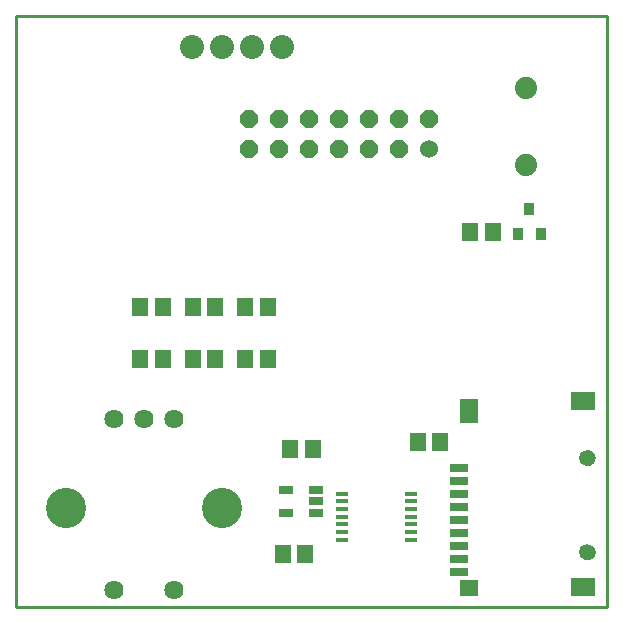
<source format=gts>
G75*
%MOIN*%
%OFA0B0*%
%FSLAX24Y24*%
%IPPOS*%
%LPD*%
%AMOC8*
5,1,8,0,0,1.08239X$1,22.5*
%
%ADD10C,0.0100*%
%ADD11R,0.0827X0.0591*%
%ADD12R,0.0591X0.0544*%
%ADD13R,0.0591X0.0808*%
%ADD14R,0.0591X0.0316*%
%ADD15C,0.0000*%
%ADD16C,0.0532*%
%ADD17C,0.0800*%
%ADD18R,0.0430X0.0160*%
%ADD19R,0.0512X0.0257*%
%ADD20R,0.0552X0.0631*%
%ADD21C,0.0640*%
%ADD22C,0.1340*%
%ADD23C,0.0740*%
%ADD24R,0.0355X0.0394*%
%ADD25C,0.0600*%
%ADD26OC8,0.0600*%
D10*
X000250Y000180D02*
X000250Y019865D01*
X019935Y019865D01*
X019935Y000180D01*
X000250Y000180D01*
D11*
X019122Y000820D03*
X019122Y007040D03*
D12*
X015343Y000796D03*
D13*
X015343Y006696D03*
D14*
X015000Y004796D03*
X015000Y004363D03*
X015000Y003930D03*
X015000Y003497D03*
X015000Y003064D03*
X015000Y002631D03*
X015000Y002198D03*
X015000Y001765D03*
X015000Y001332D03*
D15*
X019034Y002001D02*
X019036Y002032D01*
X019042Y002062D01*
X019051Y002092D01*
X019064Y002120D01*
X019081Y002146D01*
X019101Y002169D01*
X019123Y002191D01*
X019148Y002209D01*
X019175Y002224D01*
X019204Y002235D01*
X019234Y002243D01*
X019265Y002247D01*
X019295Y002247D01*
X019326Y002243D01*
X019356Y002235D01*
X019385Y002224D01*
X019412Y002209D01*
X019437Y002191D01*
X019459Y002169D01*
X019479Y002146D01*
X019496Y002120D01*
X019509Y002092D01*
X019518Y002062D01*
X019524Y002032D01*
X019526Y002001D01*
X019524Y001970D01*
X019518Y001940D01*
X019509Y001910D01*
X019496Y001882D01*
X019479Y001856D01*
X019459Y001833D01*
X019437Y001811D01*
X019412Y001793D01*
X019385Y001778D01*
X019356Y001767D01*
X019326Y001759D01*
X019295Y001755D01*
X019265Y001755D01*
X019234Y001759D01*
X019204Y001767D01*
X019175Y001778D01*
X019148Y001793D01*
X019123Y001811D01*
X019101Y001833D01*
X019081Y001856D01*
X019064Y001882D01*
X019051Y001910D01*
X019042Y001940D01*
X019036Y001970D01*
X019034Y002001D01*
X019034Y005150D02*
X019036Y005181D01*
X019042Y005211D01*
X019051Y005241D01*
X019064Y005269D01*
X019081Y005295D01*
X019101Y005318D01*
X019123Y005340D01*
X019148Y005358D01*
X019175Y005373D01*
X019204Y005384D01*
X019234Y005392D01*
X019265Y005396D01*
X019295Y005396D01*
X019326Y005392D01*
X019356Y005384D01*
X019385Y005373D01*
X019412Y005358D01*
X019437Y005340D01*
X019459Y005318D01*
X019479Y005295D01*
X019496Y005269D01*
X019509Y005241D01*
X019518Y005211D01*
X019524Y005181D01*
X019526Y005150D01*
X019524Y005119D01*
X019518Y005089D01*
X019509Y005059D01*
X019496Y005031D01*
X019479Y005005D01*
X019459Y004982D01*
X019437Y004960D01*
X019412Y004942D01*
X019385Y004927D01*
X019356Y004916D01*
X019326Y004908D01*
X019295Y004904D01*
X019265Y004904D01*
X019234Y004908D01*
X019204Y004916D01*
X019175Y004927D01*
X019148Y004942D01*
X019123Y004960D01*
X019101Y004982D01*
X019081Y005005D01*
X019064Y005031D01*
X019051Y005059D01*
X019042Y005089D01*
X019036Y005119D01*
X019034Y005150D01*
D16*
X019280Y005150D03*
X019280Y002001D03*
D17*
X009106Y018824D03*
X008106Y018824D03*
X007106Y018824D03*
X006106Y018824D03*
D18*
X011101Y003948D03*
X011101Y003692D03*
X011101Y003436D03*
X011101Y003180D03*
X011101Y002924D03*
X011101Y002668D03*
X011101Y002412D03*
X013399Y002412D03*
X013399Y002668D03*
X013399Y002924D03*
X013399Y003180D03*
X013399Y003436D03*
X013399Y003692D03*
X013399Y003948D03*
D19*
X010252Y004064D03*
X010252Y003690D03*
X010252Y003316D03*
X009228Y003316D03*
X009228Y004064D03*
D20*
X009376Y005430D03*
X010124Y005430D03*
X008624Y008430D03*
X007876Y008430D03*
X006874Y008430D03*
X006126Y008430D03*
X005124Y008430D03*
X004376Y008430D03*
X004376Y010180D03*
X005124Y010180D03*
X006126Y010180D03*
X006874Y010180D03*
X007876Y010180D03*
X008624Y010180D03*
X013626Y005680D03*
X014374Y005680D03*
X009874Y001930D03*
X009126Y001930D03*
X015376Y012680D03*
X016124Y012680D03*
D21*
X005500Y006420D03*
X004500Y006420D03*
X003500Y006420D03*
X003500Y000720D03*
X005500Y000720D03*
D22*
X007100Y003470D03*
X001900Y003470D03*
D23*
X017250Y014900D03*
X017250Y017460D03*
D24*
X017350Y013443D03*
X016976Y012616D03*
X017724Y012616D03*
D25*
X014000Y015430D03*
D26*
X014000Y016430D03*
X013000Y016430D03*
X013000Y015430D03*
X012000Y015430D03*
X011000Y015430D03*
X011000Y016430D03*
X012000Y016430D03*
X010000Y016430D03*
X010000Y015430D03*
X009000Y015430D03*
X009000Y016430D03*
X008000Y016430D03*
X008000Y015430D03*
M02*

</source>
